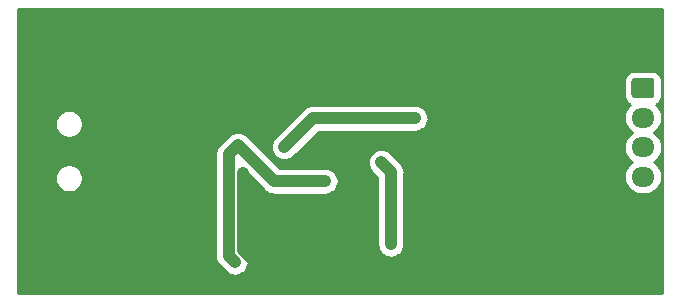
<source format=gbl>
%TF.GenerationSoftware,KiCad,Pcbnew,(5.1.8)-1*%
%TF.CreationDate,2021-08-17T23:37:39+02:00*%
%TF.ProjectId,USB_TLL,5553425f-544c-44c2-9e6b-696361645f70,rev?*%
%TF.SameCoordinates,Original*%
%TF.FileFunction,Copper,L2,Bot*%
%TF.FilePolarity,Positive*%
%FSLAX46Y46*%
G04 Gerber Fmt 4.6, Leading zero omitted, Abs format (unit mm)*
G04 Created by KiCad (PCBNEW (5.1.8)-1) date 2021-08-17 23:37:39*
%MOMM*%
%LPD*%
G01*
G04 APERTURE LIST*
%TA.AperFunction,ComponentPad*%
%ADD10O,1.950000X1.700000*%
%TD*%
%TA.AperFunction,ComponentPad*%
%ADD11O,3.500000X1.900000*%
%TD*%
%TA.AperFunction,ViaPad*%
%ADD12C,0.800000*%
%TD*%
%TA.AperFunction,Conductor*%
%ADD13C,1.016000*%
%TD*%
%TA.AperFunction,Conductor*%
%ADD14C,0.254000*%
%TD*%
%TA.AperFunction,Conductor*%
%ADD15C,0.100000*%
%TD*%
G04 APERTURE END LIST*
D10*
%TO.P,J2,5*%
%TO.N,GND*%
X141224000Y-71976000D03*
%TO.P,J2,4*%
%TO.N,+5V*%
X141224000Y-69476000D03*
%TO.P,J2,3*%
%TO.N,Net-(C3-Pad1)*%
X141224000Y-66976000D03*
%TO.P,J2,2*%
%TO.N,Net-(J2-Pad2)*%
X141224000Y-64476000D03*
%TO.P,J2,1*%
%TO.N,Net-(J2-Pad1)*%
%TA.AperFunction,ComponentPad*%
G36*
G01*
X140499000Y-61126000D02*
X141949000Y-61126000D01*
G75*
G02*
X142199000Y-61376000I0J-250000D01*
G01*
X142199000Y-62576000D01*
G75*
G02*
X141949000Y-62826000I-250000J0D01*
G01*
X140499000Y-62826000D01*
G75*
G02*
X140249000Y-62576000I0J250000D01*
G01*
X140249000Y-61376000D01*
G75*
G02*
X140499000Y-61126000I250000J0D01*
G01*
G37*
%TD.AperFunction*%
%TD*%
D11*
%TO.P,J1,5*%
%TO.N,GND*%
X92625000Y-61610000D03*
X92625000Y-73010000D03*
%TD*%
D12*
%TO.N,GND*%
X107247999Y-69147999D03*
X108712000Y-78740000D03*
%TO.N,+5V*%
X106680000Y-76708000D03*
X106934000Y-66802000D03*
X114300000Y-69850000D03*
%TO.N,Net-(R2-Pad2)*%
X121920000Y-64516000D03*
X110845000Y-66955000D03*
%TO.N,Net-(Tx1-Pad1)*%
X119055000Y-68255000D03*
X119888000Y-75184000D03*
%TD*%
D13*
%TO.N,GND*%
X108712000Y-78740000D02*
X108712000Y-77020304D01*
X107356008Y-75664312D02*
X107356008Y-69147999D01*
X108712000Y-77020304D02*
X107356008Y-75664312D01*
%TO.N,+5V*%
X106139998Y-76167998D02*
X106680000Y-76708000D01*
X106139998Y-67596002D02*
X106139998Y-76167998D01*
X106934000Y-66802000D02*
X106139998Y-67596002D01*
X109982000Y-69850000D02*
X106934000Y-66802000D01*
X114300000Y-69850000D02*
X109982000Y-69850000D01*
%TO.N,Net-(R2-Pad2)*%
X113284000Y-64516000D02*
X110845000Y-66955000D01*
X121920000Y-64516000D02*
X113284000Y-64516000D01*
%TO.N,Net-(Tx1-Pad1)*%
X119888000Y-69088000D02*
X119055000Y-68255000D01*
X119888000Y-75184000D02*
X119888000Y-69088000D01*
%TD*%
D14*
%TO.N,GND*%
X142850000Y-79350000D02*
X88290000Y-79350000D01*
X88290000Y-69493288D01*
X91440000Y-69493288D01*
X91440000Y-69726712D01*
X91485539Y-69955652D01*
X91574866Y-70171308D01*
X91704550Y-70365394D01*
X91869606Y-70530450D01*
X92063692Y-70660134D01*
X92279348Y-70749461D01*
X92508288Y-70795000D01*
X92741712Y-70795000D01*
X92970652Y-70749461D01*
X93186308Y-70660134D01*
X93380394Y-70530450D01*
X93545450Y-70365394D01*
X93675134Y-70171308D01*
X93764461Y-69955652D01*
X93810000Y-69726712D01*
X93810000Y-69493288D01*
X93764461Y-69264348D01*
X93675134Y-69048692D01*
X93545450Y-68854606D01*
X93380394Y-68689550D01*
X93186308Y-68559866D01*
X92970652Y-68470539D01*
X92741712Y-68425000D01*
X92508288Y-68425000D01*
X92279348Y-68470539D01*
X92063692Y-68559866D01*
X91869606Y-68689550D01*
X91704550Y-68854606D01*
X91574866Y-69048692D01*
X91485539Y-69264348D01*
X91440000Y-69493288D01*
X88290000Y-69493288D01*
X88290000Y-67596002D01*
X104991469Y-67596002D01*
X104996998Y-67652141D01*
X104996999Y-76111849D01*
X104991469Y-76167998D01*
X105013537Y-76392065D01*
X105078453Y-76606061D01*
X105078896Y-76607521D01*
X105185031Y-76806087D01*
X105259373Y-76896673D01*
X105288421Y-76932067D01*
X105327866Y-76980131D01*
X105371476Y-77015921D01*
X105911479Y-77555924D01*
X106041911Y-77662967D01*
X106240476Y-77769102D01*
X106455932Y-77834461D01*
X106679999Y-77856529D01*
X106904067Y-77834461D01*
X107119523Y-77769102D01*
X107318088Y-77662967D01*
X107492133Y-77520133D01*
X107634967Y-77346088D01*
X107741102Y-77147523D01*
X107806461Y-76932067D01*
X107828529Y-76707999D01*
X107806461Y-76483932D01*
X107741102Y-76268476D01*
X107634967Y-76069911D01*
X107527924Y-75939479D01*
X107282998Y-75694553D01*
X107282998Y-68767443D01*
X109134077Y-70618523D01*
X109169867Y-70662133D01*
X109343911Y-70804968D01*
X109542477Y-70911103D01*
X109692574Y-70956635D01*
X109757932Y-70976461D01*
X109778517Y-70978488D01*
X109925854Y-70993000D01*
X109925861Y-70993000D01*
X109982000Y-70998529D01*
X110038139Y-70993000D01*
X114356146Y-70993000D01*
X114524067Y-70976461D01*
X114739523Y-70911103D01*
X114938089Y-70804968D01*
X115112133Y-70662133D01*
X115254968Y-70488089D01*
X115361103Y-70289523D01*
X115426461Y-70074067D01*
X115448530Y-69850000D01*
X115426461Y-69625933D01*
X115361103Y-69410477D01*
X115254968Y-69211911D01*
X115112133Y-69037867D01*
X114938089Y-68895032D01*
X114739523Y-68788897D01*
X114524067Y-68723539D01*
X114356146Y-68707000D01*
X110455446Y-68707000D01*
X110003446Y-68255000D01*
X117906471Y-68255000D01*
X117928539Y-68479067D01*
X117993898Y-68694523D01*
X118100033Y-68893088D01*
X118207076Y-69023521D01*
X118745001Y-69561447D01*
X118745000Y-75240145D01*
X118761539Y-75408066D01*
X118826897Y-75623522D01*
X118933032Y-75822088D01*
X119075867Y-75996133D01*
X119249911Y-76138968D01*
X119448477Y-76245103D01*
X119663933Y-76310461D01*
X119888000Y-76332530D01*
X120112066Y-76310461D01*
X120327522Y-76245103D01*
X120526088Y-76138968D01*
X120700133Y-75996133D01*
X120842968Y-75822089D01*
X120949103Y-75623523D01*
X121014461Y-75408067D01*
X121031000Y-75240146D01*
X121031000Y-69144139D01*
X121036529Y-69088000D01*
X121031000Y-69031861D01*
X121031000Y-69031854D01*
X121014461Y-68863933D01*
X120949103Y-68648477D01*
X120842968Y-68449911D01*
X120700133Y-68275867D01*
X120656523Y-68240077D01*
X119823521Y-67407076D01*
X119693088Y-67300033D01*
X119494523Y-67193898D01*
X119279067Y-67128539D01*
X119055000Y-67106471D01*
X118830933Y-67128539D01*
X118615477Y-67193898D01*
X118416912Y-67300033D01*
X118242867Y-67442867D01*
X118100033Y-67616912D01*
X117993898Y-67815477D01*
X117928539Y-68030933D01*
X117906471Y-68255000D01*
X110003446Y-68255000D01*
X108703446Y-66955000D01*
X109696471Y-66955000D01*
X109718539Y-67179067D01*
X109783898Y-67394523D01*
X109890033Y-67593088D01*
X110032867Y-67767133D01*
X110206912Y-67909967D01*
X110405477Y-68016102D01*
X110620933Y-68081461D01*
X110845000Y-68103529D01*
X111069067Y-68081461D01*
X111284523Y-68016102D01*
X111483088Y-67909967D01*
X111613521Y-67802924D01*
X113757446Y-65659000D01*
X121976146Y-65659000D01*
X122144067Y-65642461D01*
X122359523Y-65577103D01*
X122558089Y-65470968D01*
X122732133Y-65328133D01*
X122874968Y-65154089D01*
X122981103Y-64955523D01*
X123046461Y-64740067D01*
X123068530Y-64516000D01*
X123064591Y-64476000D01*
X139606815Y-64476000D01*
X139635487Y-64767111D01*
X139720401Y-65047034D01*
X139858294Y-65305014D01*
X140043866Y-65531134D01*
X140269986Y-65716706D01*
X140287374Y-65726000D01*
X140269986Y-65735294D01*
X140043866Y-65920866D01*
X139858294Y-66146986D01*
X139720401Y-66404966D01*
X139635487Y-66684889D01*
X139606815Y-66976000D01*
X139635487Y-67267111D01*
X139720401Y-67547034D01*
X139858294Y-67805014D01*
X140043866Y-68031134D01*
X140269986Y-68216706D01*
X140287374Y-68226000D01*
X140269986Y-68235294D01*
X140043866Y-68420866D01*
X139858294Y-68646986D01*
X139720401Y-68904966D01*
X139635487Y-69184889D01*
X139606815Y-69476000D01*
X139635487Y-69767111D01*
X139720401Y-70047034D01*
X139858294Y-70305014D01*
X140043866Y-70531134D01*
X140269986Y-70716706D01*
X140527966Y-70854599D01*
X140807889Y-70939513D01*
X141026050Y-70961000D01*
X141421950Y-70961000D01*
X141640111Y-70939513D01*
X141920034Y-70854599D01*
X142178014Y-70716706D01*
X142404134Y-70531134D01*
X142589706Y-70305014D01*
X142727599Y-70047034D01*
X142812513Y-69767111D01*
X142841185Y-69476000D01*
X142812513Y-69184889D01*
X142727599Y-68904966D01*
X142589706Y-68646986D01*
X142404134Y-68420866D01*
X142178014Y-68235294D01*
X142160626Y-68226000D01*
X142178014Y-68216706D01*
X142404134Y-68031134D01*
X142589706Y-67805014D01*
X142727599Y-67547034D01*
X142812513Y-67267111D01*
X142841185Y-66976000D01*
X142812513Y-66684889D01*
X142727599Y-66404966D01*
X142589706Y-66146986D01*
X142404134Y-65920866D01*
X142178014Y-65735294D01*
X142160626Y-65726000D01*
X142178014Y-65716706D01*
X142404134Y-65531134D01*
X142589706Y-65305014D01*
X142727599Y-65047034D01*
X142812513Y-64767111D01*
X142841185Y-64476000D01*
X142812513Y-64184889D01*
X142727599Y-63904966D01*
X142589706Y-63646986D01*
X142404134Y-63420866D01*
X142340663Y-63368777D01*
X142442386Y-63314405D01*
X142576962Y-63203962D01*
X142687405Y-63069386D01*
X142769472Y-62915850D01*
X142820008Y-62749254D01*
X142837072Y-62576000D01*
X142837072Y-61376000D01*
X142820008Y-61202746D01*
X142769472Y-61036150D01*
X142687405Y-60882614D01*
X142576962Y-60748038D01*
X142442386Y-60637595D01*
X142288850Y-60555528D01*
X142122254Y-60504992D01*
X141949000Y-60487928D01*
X140499000Y-60487928D01*
X140325746Y-60504992D01*
X140159150Y-60555528D01*
X140005614Y-60637595D01*
X139871038Y-60748038D01*
X139760595Y-60882614D01*
X139678528Y-61036150D01*
X139627992Y-61202746D01*
X139610928Y-61376000D01*
X139610928Y-62576000D01*
X139627992Y-62749254D01*
X139678528Y-62915850D01*
X139760595Y-63069386D01*
X139871038Y-63203962D01*
X140005614Y-63314405D01*
X140107337Y-63368777D01*
X140043866Y-63420866D01*
X139858294Y-63646986D01*
X139720401Y-63904966D01*
X139635487Y-64184889D01*
X139606815Y-64476000D01*
X123064591Y-64476000D01*
X123046461Y-64291933D01*
X122981103Y-64076477D01*
X122874968Y-63877911D01*
X122732133Y-63703867D01*
X122558089Y-63561032D01*
X122359523Y-63454897D01*
X122144067Y-63389539D01*
X121976146Y-63373000D01*
X113340139Y-63373000D01*
X113284000Y-63367471D01*
X113227861Y-63373000D01*
X113227854Y-63373000D01*
X113080517Y-63387512D01*
X113059932Y-63389539D01*
X112994574Y-63409365D01*
X112844477Y-63454897D01*
X112645911Y-63561032D01*
X112471867Y-63703867D01*
X112436077Y-63747477D01*
X109997076Y-66186479D01*
X109890033Y-66316912D01*
X109783898Y-66515477D01*
X109718539Y-66730933D01*
X109696471Y-66955000D01*
X108703446Y-66955000D01*
X107781925Y-66033480D01*
X107746133Y-65989867D01*
X107572088Y-65847033D01*
X107373523Y-65740898D01*
X107158067Y-65675539D01*
X106934000Y-65653471D01*
X106933999Y-65653471D01*
X106709932Y-65675539D01*
X106494476Y-65740898D01*
X106295910Y-65847033D01*
X106165477Y-65954077D01*
X106165474Y-65954080D01*
X106121867Y-65989867D01*
X106086079Y-66033475D01*
X105371480Y-66748075D01*
X105327865Y-66783869D01*
X105185030Y-66957914D01*
X105078895Y-67156480D01*
X105037708Y-67292256D01*
X105023894Y-67337795D01*
X105013537Y-67371936D01*
X104996998Y-67539857D01*
X104996998Y-67539863D01*
X104991469Y-67596002D01*
X88290000Y-67596002D01*
X88290000Y-64893288D01*
X91440000Y-64893288D01*
X91440000Y-65126712D01*
X91485539Y-65355652D01*
X91574866Y-65571308D01*
X91704550Y-65765394D01*
X91869606Y-65930450D01*
X92063692Y-66060134D01*
X92279348Y-66149461D01*
X92508288Y-66195000D01*
X92741712Y-66195000D01*
X92970652Y-66149461D01*
X93186308Y-66060134D01*
X93380394Y-65930450D01*
X93545450Y-65765394D01*
X93675134Y-65571308D01*
X93764461Y-65355652D01*
X93810000Y-65126712D01*
X93810000Y-64893288D01*
X93764461Y-64664348D01*
X93675134Y-64448692D01*
X93545450Y-64254606D01*
X93380394Y-64089550D01*
X93186308Y-63959866D01*
X92970652Y-63870539D01*
X92741712Y-63825000D01*
X92508288Y-63825000D01*
X92279348Y-63870539D01*
X92063692Y-63959866D01*
X91869606Y-64089550D01*
X91704550Y-64254606D01*
X91574866Y-64448692D01*
X91485539Y-64664348D01*
X91440000Y-64893288D01*
X88290000Y-64893288D01*
X88290000Y-55270000D01*
X142850001Y-55270000D01*
X142850000Y-79350000D01*
%TA.AperFunction,Conductor*%
D15*
G36*
X142850000Y-79350000D02*
G01*
X88290000Y-79350000D01*
X88290000Y-69493288D01*
X91440000Y-69493288D01*
X91440000Y-69726712D01*
X91485539Y-69955652D01*
X91574866Y-70171308D01*
X91704550Y-70365394D01*
X91869606Y-70530450D01*
X92063692Y-70660134D01*
X92279348Y-70749461D01*
X92508288Y-70795000D01*
X92741712Y-70795000D01*
X92970652Y-70749461D01*
X93186308Y-70660134D01*
X93380394Y-70530450D01*
X93545450Y-70365394D01*
X93675134Y-70171308D01*
X93764461Y-69955652D01*
X93810000Y-69726712D01*
X93810000Y-69493288D01*
X93764461Y-69264348D01*
X93675134Y-69048692D01*
X93545450Y-68854606D01*
X93380394Y-68689550D01*
X93186308Y-68559866D01*
X92970652Y-68470539D01*
X92741712Y-68425000D01*
X92508288Y-68425000D01*
X92279348Y-68470539D01*
X92063692Y-68559866D01*
X91869606Y-68689550D01*
X91704550Y-68854606D01*
X91574866Y-69048692D01*
X91485539Y-69264348D01*
X91440000Y-69493288D01*
X88290000Y-69493288D01*
X88290000Y-67596002D01*
X104991469Y-67596002D01*
X104996998Y-67652141D01*
X104996999Y-76111849D01*
X104991469Y-76167998D01*
X105013537Y-76392065D01*
X105078453Y-76606061D01*
X105078896Y-76607521D01*
X105185031Y-76806087D01*
X105259373Y-76896673D01*
X105288421Y-76932067D01*
X105327866Y-76980131D01*
X105371476Y-77015921D01*
X105911479Y-77555924D01*
X106041911Y-77662967D01*
X106240476Y-77769102D01*
X106455932Y-77834461D01*
X106679999Y-77856529D01*
X106904067Y-77834461D01*
X107119523Y-77769102D01*
X107318088Y-77662967D01*
X107492133Y-77520133D01*
X107634967Y-77346088D01*
X107741102Y-77147523D01*
X107806461Y-76932067D01*
X107828529Y-76707999D01*
X107806461Y-76483932D01*
X107741102Y-76268476D01*
X107634967Y-76069911D01*
X107527924Y-75939479D01*
X107282998Y-75694553D01*
X107282998Y-68767443D01*
X109134077Y-70618523D01*
X109169867Y-70662133D01*
X109343911Y-70804968D01*
X109542477Y-70911103D01*
X109692574Y-70956635D01*
X109757932Y-70976461D01*
X109778517Y-70978488D01*
X109925854Y-70993000D01*
X109925861Y-70993000D01*
X109982000Y-70998529D01*
X110038139Y-70993000D01*
X114356146Y-70993000D01*
X114524067Y-70976461D01*
X114739523Y-70911103D01*
X114938089Y-70804968D01*
X115112133Y-70662133D01*
X115254968Y-70488089D01*
X115361103Y-70289523D01*
X115426461Y-70074067D01*
X115448530Y-69850000D01*
X115426461Y-69625933D01*
X115361103Y-69410477D01*
X115254968Y-69211911D01*
X115112133Y-69037867D01*
X114938089Y-68895032D01*
X114739523Y-68788897D01*
X114524067Y-68723539D01*
X114356146Y-68707000D01*
X110455446Y-68707000D01*
X110003446Y-68255000D01*
X117906471Y-68255000D01*
X117928539Y-68479067D01*
X117993898Y-68694523D01*
X118100033Y-68893088D01*
X118207076Y-69023521D01*
X118745001Y-69561447D01*
X118745000Y-75240145D01*
X118761539Y-75408066D01*
X118826897Y-75623522D01*
X118933032Y-75822088D01*
X119075867Y-75996133D01*
X119249911Y-76138968D01*
X119448477Y-76245103D01*
X119663933Y-76310461D01*
X119888000Y-76332530D01*
X120112066Y-76310461D01*
X120327522Y-76245103D01*
X120526088Y-76138968D01*
X120700133Y-75996133D01*
X120842968Y-75822089D01*
X120949103Y-75623523D01*
X121014461Y-75408067D01*
X121031000Y-75240146D01*
X121031000Y-69144139D01*
X121036529Y-69088000D01*
X121031000Y-69031861D01*
X121031000Y-69031854D01*
X121014461Y-68863933D01*
X120949103Y-68648477D01*
X120842968Y-68449911D01*
X120700133Y-68275867D01*
X120656523Y-68240077D01*
X119823521Y-67407076D01*
X119693088Y-67300033D01*
X119494523Y-67193898D01*
X119279067Y-67128539D01*
X119055000Y-67106471D01*
X118830933Y-67128539D01*
X118615477Y-67193898D01*
X118416912Y-67300033D01*
X118242867Y-67442867D01*
X118100033Y-67616912D01*
X117993898Y-67815477D01*
X117928539Y-68030933D01*
X117906471Y-68255000D01*
X110003446Y-68255000D01*
X108703446Y-66955000D01*
X109696471Y-66955000D01*
X109718539Y-67179067D01*
X109783898Y-67394523D01*
X109890033Y-67593088D01*
X110032867Y-67767133D01*
X110206912Y-67909967D01*
X110405477Y-68016102D01*
X110620933Y-68081461D01*
X110845000Y-68103529D01*
X111069067Y-68081461D01*
X111284523Y-68016102D01*
X111483088Y-67909967D01*
X111613521Y-67802924D01*
X113757446Y-65659000D01*
X121976146Y-65659000D01*
X122144067Y-65642461D01*
X122359523Y-65577103D01*
X122558089Y-65470968D01*
X122732133Y-65328133D01*
X122874968Y-65154089D01*
X122981103Y-64955523D01*
X123046461Y-64740067D01*
X123068530Y-64516000D01*
X123064591Y-64476000D01*
X139606815Y-64476000D01*
X139635487Y-64767111D01*
X139720401Y-65047034D01*
X139858294Y-65305014D01*
X140043866Y-65531134D01*
X140269986Y-65716706D01*
X140287374Y-65726000D01*
X140269986Y-65735294D01*
X140043866Y-65920866D01*
X139858294Y-66146986D01*
X139720401Y-66404966D01*
X139635487Y-66684889D01*
X139606815Y-66976000D01*
X139635487Y-67267111D01*
X139720401Y-67547034D01*
X139858294Y-67805014D01*
X140043866Y-68031134D01*
X140269986Y-68216706D01*
X140287374Y-68226000D01*
X140269986Y-68235294D01*
X140043866Y-68420866D01*
X139858294Y-68646986D01*
X139720401Y-68904966D01*
X139635487Y-69184889D01*
X139606815Y-69476000D01*
X139635487Y-69767111D01*
X139720401Y-70047034D01*
X139858294Y-70305014D01*
X140043866Y-70531134D01*
X140269986Y-70716706D01*
X140527966Y-70854599D01*
X140807889Y-70939513D01*
X141026050Y-70961000D01*
X141421950Y-70961000D01*
X141640111Y-70939513D01*
X141920034Y-70854599D01*
X142178014Y-70716706D01*
X142404134Y-70531134D01*
X142589706Y-70305014D01*
X142727599Y-70047034D01*
X142812513Y-69767111D01*
X142841185Y-69476000D01*
X142812513Y-69184889D01*
X142727599Y-68904966D01*
X142589706Y-68646986D01*
X142404134Y-68420866D01*
X142178014Y-68235294D01*
X142160626Y-68226000D01*
X142178014Y-68216706D01*
X142404134Y-68031134D01*
X142589706Y-67805014D01*
X142727599Y-67547034D01*
X142812513Y-67267111D01*
X142841185Y-66976000D01*
X142812513Y-66684889D01*
X142727599Y-66404966D01*
X142589706Y-66146986D01*
X142404134Y-65920866D01*
X142178014Y-65735294D01*
X142160626Y-65726000D01*
X142178014Y-65716706D01*
X142404134Y-65531134D01*
X142589706Y-65305014D01*
X142727599Y-65047034D01*
X142812513Y-64767111D01*
X142841185Y-64476000D01*
X142812513Y-64184889D01*
X142727599Y-63904966D01*
X142589706Y-63646986D01*
X142404134Y-63420866D01*
X142340663Y-63368777D01*
X142442386Y-63314405D01*
X142576962Y-63203962D01*
X142687405Y-63069386D01*
X142769472Y-62915850D01*
X142820008Y-62749254D01*
X142837072Y-62576000D01*
X142837072Y-61376000D01*
X142820008Y-61202746D01*
X142769472Y-61036150D01*
X142687405Y-60882614D01*
X142576962Y-60748038D01*
X142442386Y-60637595D01*
X142288850Y-60555528D01*
X142122254Y-60504992D01*
X141949000Y-60487928D01*
X140499000Y-60487928D01*
X140325746Y-60504992D01*
X140159150Y-60555528D01*
X140005614Y-60637595D01*
X139871038Y-60748038D01*
X139760595Y-60882614D01*
X139678528Y-61036150D01*
X139627992Y-61202746D01*
X139610928Y-61376000D01*
X139610928Y-62576000D01*
X139627992Y-62749254D01*
X139678528Y-62915850D01*
X139760595Y-63069386D01*
X139871038Y-63203962D01*
X140005614Y-63314405D01*
X140107337Y-63368777D01*
X140043866Y-63420866D01*
X139858294Y-63646986D01*
X139720401Y-63904966D01*
X139635487Y-64184889D01*
X139606815Y-64476000D01*
X123064591Y-64476000D01*
X123046461Y-64291933D01*
X122981103Y-64076477D01*
X122874968Y-63877911D01*
X122732133Y-63703867D01*
X122558089Y-63561032D01*
X122359523Y-63454897D01*
X122144067Y-63389539D01*
X121976146Y-63373000D01*
X113340139Y-63373000D01*
X113284000Y-63367471D01*
X113227861Y-63373000D01*
X113227854Y-63373000D01*
X113080517Y-63387512D01*
X113059932Y-63389539D01*
X112994574Y-63409365D01*
X112844477Y-63454897D01*
X112645911Y-63561032D01*
X112471867Y-63703867D01*
X112436077Y-63747477D01*
X109997076Y-66186479D01*
X109890033Y-66316912D01*
X109783898Y-66515477D01*
X109718539Y-66730933D01*
X109696471Y-66955000D01*
X108703446Y-66955000D01*
X107781925Y-66033480D01*
X107746133Y-65989867D01*
X107572088Y-65847033D01*
X107373523Y-65740898D01*
X107158067Y-65675539D01*
X106934000Y-65653471D01*
X106933999Y-65653471D01*
X106709932Y-65675539D01*
X106494476Y-65740898D01*
X106295910Y-65847033D01*
X106165477Y-65954077D01*
X106165474Y-65954080D01*
X106121867Y-65989867D01*
X106086079Y-66033475D01*
X105371480Y-66748075D01*
X105327865Y-66783869D01*
X105185030Y-66957914D01*
X105078895Y-67156480D01*
X105037708Y-67292256D01*
X105023894Y-67337795D01*
X105013537Y-67371936D01*
X104996998Y-67539857D01*
X104996998Y-67539863D01*
X104991469Y-67596002D01*
X88290000Y-67596002D01*
X88290000Y-64893288D01*
X91440000Y-64893288D01*
X91440000Y-65126712D01*
X91485539Y-65355652D01*
X91574866Y-65571308D01*
X91704550Y-65765394D01*
X91869606Y-65930450D01*
X92063692Y-66060134D01*
X92279348Y-66149461D01*
X92508288Y-66195000D01*
X92741712Y-66195000D01*
X92970652Y-66149461D01*
X93186308Y-66060134D01*
X93380394Y-65930450D01*
X93545450Y-65765394D01*
X93675134Y-65571308D01*
X93764461Y-65355652D01*
X93810000Y-65126712D01*
X93810000Y-64893288D01*
X93764461Y-64664348D01*
X93675134Y-64448692D01*
X93545450Y-64254606D01*
X93380394Y-64089550D01*
X93186308Y-63959866D01*
X92970652Y-63870539D01*
X92741712Y-63825000D01*
X92508288Y-63825000D01*
X92279348Y-63870539D01*
X92063692Y-63959866D01*
X91869606Y-64089550D01*
X91704550Y-64254606D01*
X91574866Y-64448692D01*
X91485539Y-64664348D01*
X91440000Y-64893288D01*
X88290000Y-64893288D01*
X88290000Y-55270000D01*
X142850001Y-55270000D01*
X142850000Y-79350000D01*
G37*
%TD.AperFunction*%
%TD*%
M02*

</source>
